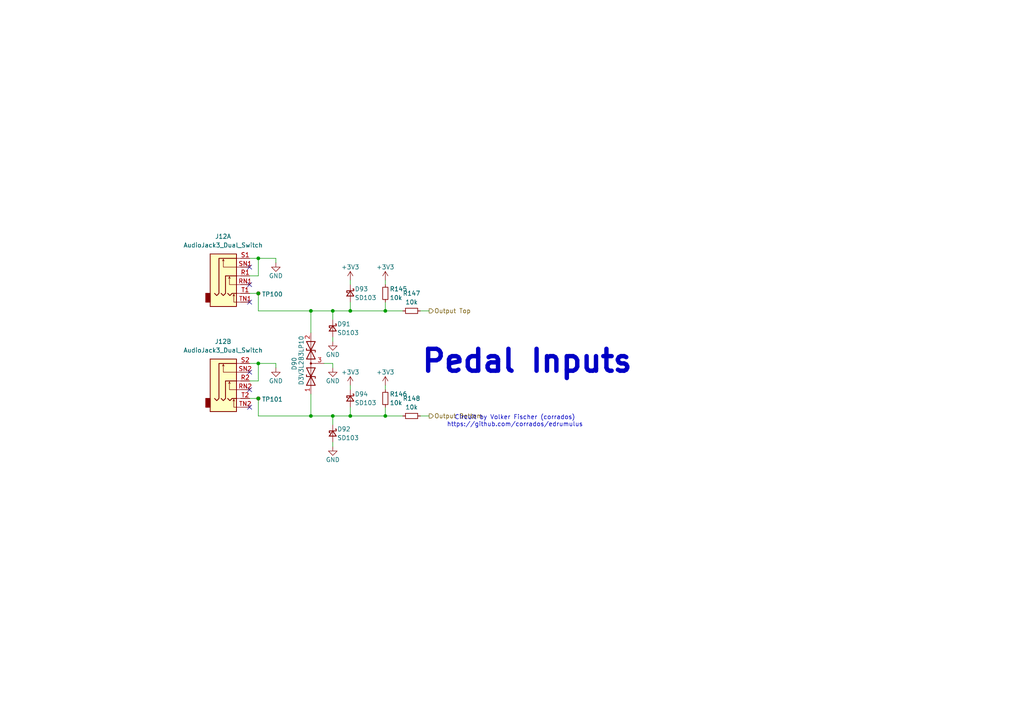
<source format=kicad_sch>
(kicad_sch (version 20231120) (generator "eeschema") (generator_version "8.0")
  (paper "A4")
  (title_block (title "freEDrum") (date "2024-04-20") (rev "A") (company "Till Heuer"))
  (lib_symbols
    (symbol "Connector:TestPoint_Small" (pin_numbers hide) (pin_names (offset 0.762) hide)
      (property "Reference" "TP" (at 0 3.81 0))
      (property "Value" "TestPoint_Small" (at 0 2.032 0))
      (symbol "TestPoint_Small_0_1"
        (circle (center 0 0) (radius 0.508))
      )
      (symbol "TestPoint_Small_1_1"
        (pin passive line (at 0 0 90) (length 0) (name "1") (number "1"))
      )
    )
    (symbol "Connector_Audio:AudioJack3_Dual_Switch"
      (property "Reference" "J" (at 0 11.43 0))
      (property "Value" "AudioJack3_Dual_Switch" (at 0 8.89 0))
      (symbol "AudioJack3_Dual_Switch_0_1"
        (rectangle (start -6.35 -5.08) (end -7.62 -7.62) (stroke (width 0.254)) (fill (type outline)))
        (polyline (pts (xy -2.54 4.826) (xy -2.286 4.318)))
        (polyline (pts (xy -0.762 -0.254) (xy -0.508 -0.762)))
        (polyline (pts (xy 0.508 -5.334) (xy 0.762 -5.842)))
        (polyline (pts (xy 1.27 0) (xy 2.54 0)))
        (polyline (pts (xy 2.54 -5.08) (xy 1.27 -5.08)))
        (polyline (pts (xy 2.54 5.08) (xy 1.27 5.08)))
        (polyline (pts (xy -1.27 -5.08) (xy -0.635 -5.715) (xy 0 -5.08) (xy 1.27 -5.08)) (stroke (width 0.254)))
        (polyline (pts (xy 2.54 -7.62) (xy 0.508 -7.62) (xy 0.508 -5.334) (xy 0.254 -5.842)))
        (polyline (pts (xy 2.54 -2.54) (xy -0.762 -2.54) (xy -0.762 -0.254) (xy -1.016 -0.762)))
        (polyline (pts (xy 2.54 2.54) (xy -2.54 2.54) (xy -2.54 4.826) (xy -2.794 4.318)))
        (polyline (pts (xy -3.175 -5.08) (xy -2.54 -5.715) (xy -1.905 -5.08) (xy -1.905 0) (xy 1.27 0)) (stroke (width 0.254)))
        (polyline (pts (xy 1.27 5.08) (xy -3.81 5.08) (xy -3.81 -5.08) (xy -4.445 -5.715) (xy -5.08 -5.08)) (stroke (width 0.254)))
        (rectangle (start 1.27 6.35) (end -6.35 -8.89) (stroke (width 0.254)) (fill (type background)))
      )
      (symbol "AudioJack3_Dual_Switch_1_1"
        (pin passive line (at 5.08 0 180) (length 2.54) (name "~") (number "R1"))
        (pin passive line (at 5.08 -2.54 180) (length 2.54) (name "~") (number "RN1"))
        (pin passive line (at 5.08 5.08 180) (length 2.54) (name "~") (number "S1"))
        (pin passive line (at 5.08 2.54 180) (length 2.54) (name "~") (number "SN1"))
        (pin passive line (at 5.08 -5.08 180) (length 2.54) (name "~") (number "T1"))
        (pin passive line (at 5.08 -7.62 180) (length 2.54) (name "~") (number "TN1"))
      )
      (symbol "AudioJack3_Dual_Switch_2_1"
        (pin passive line (at 5.08 0 180) (length 2.54) (name "~") (number "R2"))
        (pin passive line (at 5.08 -2.54 180) (length 2.54) (name "~") (number "RN2"))
        (pin passive line (at 5.08 5.08 180) (length 2.54) (name "~") (number "S2"))
        (pin passive line (at 5.08 2.54 180) (length 2.54) (name "~") (number "SN2"))
        (pin passive line (at 5.08 -5.08 180) (length 2.54) (name "~") (number "T2"))
        (pin passive line (at 5.08 -7.62 180) (length 2.54) (name "~") (number "TN2"))
      )
    )
    (symbol "Device:D_Schottky_Small" (pin_numbers hide) (pin_names (offset 0.254) hide)
      (property "Reference" "D" (at -1.27 2.032 0))
      (property "Value" "D_Schottky_Small" (at -7.112 -2.032 0))
      (symbol "D_Schottky_Small_0_1"
        (polyline (pts (xy -0.762 0) (xy 0.762 0)))
        (polyline (pts (xy 0.762 -1.016) (xy -0.762 0) (xy 0.762 1.016) (xy 0.762 -1.016)) (stroke (width 0.254)))
        (polyline (pts (xy -1.27 0.762) (xy -1.27 1.016) (xy -0.762 1.016) (xy -0.762 -1.016) (xy -0.254 -1.016) (xy -0.254 -0.762)) (stroke (width 0.254)))
      )
      (symbol "D_Schottky_Small_1_1"
        (pin passive line (at -2.54 0 0) (length 1.778) (name "K") (number "1"))
        (pin passive line (at 2.54 0 180) (length 1.778) (name "A") (number "2"))
      )
    )
    (symbol "Device:D_TVS_Dual_AAC" (pin_names (offset 1.016) hide)
      (property "Reference" "D" (at 0 4.445 0))
      (property "Value" "D_TVS_Dual_AAC" (at 0 2.54 0))
      (symbol "D_TVS_Dual_AAC_0_0"
        (polyline (pts (xy 0 -1.27) (xy 0 0)))
      )
      (symbol "D_TVS_Dual_AAC_0_1"
        (polyline (pts (xy -6.35 0) (xy 6.35 0)))
        (polyline (pts (xy -3.302 1.27) (xy -3.81 1.27) (xy -3.81 -1.27) (xy -4.318 -1.27)) (stroke (width 0.254)))
        (polyline (pts (xy 4.318 1.27) (xy 3.81 1.27) (xy 3.81 -1.27) (xy 3.302 -1.27)) (stroke (width 0.254)))
        (polyline (pts (xy -6.35 1.27) (xy -1.27 -1.27) (xy -1.27 1.27) (xy -6.35 -1.27) (xy -6.35 1.27)) (stroke (width 0.254)))
        (polyline (pts (xy 6.35 1.27) (xy 1.27 -1.27) (xy 1.27 1.27) (xy 6.35 -1.27) (xy 6.35 1.27)) (stroke (width 0.254)))
        (circle (center 0 0) (radius 0.254) (fill (type outline)))
      )
      (symbol "D_TVS_Dual_AAC_1_1"
        (pin passive line (at -8.89 0 0) (length 2.54) (name "A1") (number "1"))
        (pin passive line (at 8.89 0 180) (length 2.54) (name "A2") (number "2"))
        (pin passive line (at 0 -3.81 90) (length 2.54) (name "common") (number "3"))
      )
    )
    (symbol "Device:R_Small" (pin_numbers hide) (pin_names (offset 0.254) hide)
      (property "Reference" "R" (at 0.762 0.508 0))
      (property "Value" "R_Small" (at 0.762 -1.016 0))
      (symbol "R_Small_0_1"
        (rectangle (start -0.762 1.778) (end 0.762 -1.778) (stroke (width 0.2032)))
      )
      (symbol "R_Small_1_1"
        (pin passive line (at 0 2.54 270) (length 0.762) (name "~") (number "1"))
        (pin passive line (at 0 -2.54 90) (length 0.762) (name "~") (number "2"))
      )
    )
    (symbol "power:+3V3" (power) (pin_numbers hide) (pin_names (offset 0) hide)
      (property "Value" "+3V3" (at 0 3.556 0))
      (symbol "+3V3_0_1"
        (polyline (pts (xy -0.762 1.27) (xy 0 2.54)))
        (polyline (pts (xy 0 0) (xy 0 2.54)))
        (polyline (pts (xy 0 2.54) (xy 0.762 1.27)))
      )
      (symbol "+3V3_1_1"
        (pin power_in line (at 0 0 90) (length 0) (name "~") (number "1"))
      )
    )
    (symbol "power:GND" (power) (pin_numbers hide) (pin_names (offset 0) hide)
      (property "Value" "GND" (at 0 -3.81 0))
      (symbol "GND_0_1"
        (polyline (pts (xy 0 0) (xy 0 -1.27) (xy 1.27 -1.27) (xy 0 -2.54) (xy -1.27 -1.27) (xy 0 -1.27)))
      )
      (symbol "GND_1_1"
        (pin power_in line (at 0 0 270) (length 0) (name "~") (number "1"))
      )
    )
  )
  (junction (at 74.93 74.93))
  (junction (at 96.52 90.17))
  (junction (at 96.52 120.65))
  (junction (at 90.17 120.65))
  (junction (at 74.93 105.41))
  (junction (at 111.76 120.65))
  (junction (at 90.17 90.17))
  (junction (at 101.6 90.17))
  (junction (at 74.93 85.09))
  (junction (at 111.76 90.17))
  (junction (at 101.6 120.65))
  (junction (at 74.93 115.57))
  (no_connect (at 72.39 113.03))
  (no_connect (at 72.39 77.47))
  (no_connect (at 72.39 118.11))
  (no_connect (at 72.39 107.95))
  (no_connect (at 72.39 82.55))
  (no_connect (at 72.39 87.63))
  (wire (pts (xy 80.01 105.41) (xy 80.01 106.68)))
  (wire (pts (xy 74.93 120.65) (xy 90.17 120.65)))
  (wire (pts (xy 101.6 87.63) (xy 101.6 90.17)))
  (wire (pts (xy 101.6 90.17) (xy 96.52 90.17)))
  (wire (pts (xy 72.39 74.93) (xy 74.93 74.93)))
  (wire (pts (xy 101.6 90.17) (xy 111.76 90.17)))
  (wire (pts (xy 111.76 120.65) (xy 116.84 120.65)))
  (wire (pts (xy 101.6 120.65) (xy 111.76 120.65)))
  (wire (pts (xy 72.39 110.49) (xy 74.93 110.49)))
  (wire (pts (xy 111.76 87.63) (xy 111.76 90.17)))
  (wire (pts (xy 96.52 120.65) (xy 96.52 123.19)))
  (wire (pts (xy 74.93 115.57) (xy 74.93 120.65)))
  (wire (pts (xy 90.17 114.3) (xy 90.17 120.65)))
  (wire (pts (xy 96.52 97.79) (xy 96.52 99.06)))
  (wire (pts (xy 72.39 115.57) (xy 74.93 115.57)))
  (wire (pts (xy 111.76 111.76) (xy 111.76 113.03)))
  (wire (pts (xy 74.93 90.17) (xy 90.17 90.17)))
  (wire (pts (xy 96.52 128.27) (xy 96.52 129.54)))
  (wire (pts (xy 72.39 80.01) (xy 74.93 80.01)))
  (wire (pts (xy 74.93 105.41) (xy 80.01 105.41)))
  (wire (pts (xy 101.6 111.76) (xy 101.6 113.03)))
  (wire (pts (xy 121.92 90.17) (xy 124.46 90.17)))
  (wire (pts (xy 72.39 105.41) (xy 74.93 105.41)))
  (wire (pts (xy 90.17 120.65) (xy 96.52 120.65)))
  (wire (pts (xy 96.52 90.17) (xy 96.52 92.71)))
  (wire (pts (xy 74.93 80.01) (xy 74.93 74.93)))
  (wire (pts (xy 121.92 120.65) (xy 124.46 120.65)))
  (wire (pts (xy 74.93 110.49) (xy 74.93 105.41)))
  (wire (pts (xy 111.76 90.17) (xy 116.84 90.17)))
  (wire (pts (xy 96.52 105.41) (xy 96.52 106.68)))
  (wire (pts (xy 90.17 90.17) (xy 96.52 90.17)))
  (wire (pts (xy 101.6 120.65) (xy 96.52 120.65)))
  (wire (pts (xy 101.6 118.11) (xy 101.6 120.65)))
  (wire (pts (xy 90.17 90.17) (xy 90.17 96.52)))
  (wire (pts (xy 111.76 81.28) (xy 111.76 82.55)))
  (wire (pts (xy 72.39 85.09) (xy 74.93 85.09)))
  (wire (pts (xy 101.6 81.28) (xy 101.6 82.55)))
  (wire (pts (xy 74.93 85.09) (xy 74.93 90.17)))
  (wire (pts (xy 74.93 74.93) (xy 80.01 74.93)))
  (wire (pts (xy 80.01 74.93) (xy 80.01 76.2)))
  (wire (pts (xy 96.52 105.41) (xy 93.98 105.41)))
  (wire (pts (xy 111.76 118.11) (xy 111.76 120.65)))
  (text "Pedal Inputs" (at 152.908 104.902 0) (effects (font (size 6.35 6.35) (bold yes))))
  (text "Circuit by Volker Fischer (corrados)\nhttps://github.com/corrados/edrumulus" (at 149.352 122.174 0) (effects (font (size 1.27 1.27))))
  (hierarchical_label "Output Bottom" (shape output) (at 124.46 120.65 0))
  (hierarchical_label "Output Top" (shape output) (at 124.46 90.17 0))
  (symbol (lib_id "power:GND") (at 96.52 129.54 0) (unit 1)
    (property "Reference" "#PWR0269" (effects (hide yes)))
    (property "Value" "GND" (at 96.52 133.35 0))
    (property "Description" "Power symbol creates a global label with name \"GND\" , ground" (effects (hide yes)))
  )
  (symbol (lib_id "Device:D_TVS_Dual_AAC") (at 90.17 105.41 90) (unit 1)
    (property "Reference" "D90" (at 85.344 107.442 0) (effects (justify left)))
    (property "Value" "D3V3L2B3LP10" (at 87.376 111.76 0) (effects (justify left)))
    (property "Footprint" "1_ProjectFootprints:DFN-3 1010" (effects (hide yes)))
    (property "Description" "Bidirectional dual transient-voltage-suppression diode, center on pin 3" (effects (hide yes)))
    (property "Manufacturer" "Diodes Incorporated" (effects (hide yes)))
    (property "Manufacturer Part #" "D3V3L2B3LP10-7" (effects (hide yes)))
    (property "JLCPCB Part #" "C1974778" (effects (hide yes)))
  )
  (symbol (lib_id "Connector_Audio:AudioJack3_Dual_Switch") (at 67.31 110.49 0) (unit 2)
    (property "Reference" "J12" (at 64.7065 99.06 0))
    (property "Value" "AudioJack3_Dual_Switch" (at 64.7065 101.6 0))
    (property "Footprint" "1_ProjectFootprints:PJ-625DK" (effects (hide yes)))
    (property "Description" "Audio Jack, Dual, 3 Poles (Stereo / TRS), Switched Poles (Normalling)" (effects (hide yes)))
    (property "JLCPCB Part #" "C309295" (effects (hide yes)))
    (property "Manufacturer" "HOOYA" (effects (hide yes)))
    (property "Manufacturer Part #" "PJ-625DK" (effects (hide yes)))
  )
  (symbol (lib_id "Device:R_Small") (at 111.76 115.57 0) (unit 1)
    (property "Reference" "R146" (at 113.03 114.3 0) (effects (justify left)))
    (property "Value" "10k" (at 113.03 116.84 0) (effects (justify left)))
    (property "Footprint" "Resistor_SMD:R_0402_1005Metric" (effects (hide yes)))
    (property "Description" "Resistor, small symbol" (effects (hide yes)))
    (property "JLCPCB Part #" "C25744" (effects (hide yes)))
    (property "Manufacturer" "UNI-ROYAL(Uniroyal Elec)" (effects (hide yes)))
    (property "Manufacturer Part #" "0402WGF1002TCE" (effects (hide yes)))
    (property "Tolerance" "1%" (effects (hide yes)))
  )
  (symbol (lib_id "power:GND") (at 96.52 106.68 0) (mirror y) (unit 1)
    (property "Reference" "#PWR0268" (effects (hide yes)))
    (property "Value" "GND" (at 96.52 110.49 0))
    (property "Description" "Power symbol creates a global label with name \"GND\" , ground" (effects (hide yes)))
  )
  (symbol (lib_id "power:+3V3") (at 101.6 111.76 0) (unit 1)
    (property "Reference" "#PWR0271" (effects (hide yes)))
    (property "Value" "+3V3" (at 101.6 107.95 0))
    (property "Description" "Power symbol creates a global label with name \"+3V3\"" (effects (hide yes)))
  )
  (symbol (lib_id "Connector:TestPoint_Small") (at 74.93 115.57 0) (unit 1)
    (property "Reference" "TP101" (at 75.946 115.824 0) (effects (justify left)))
    (property "Value" "TestPoint" (effects (hide yes)))
    (property "Footprint" "TestPoint:TestPoint_Pad_D1.0mm" (effects (hide yes)))
    (property "Description" "test point" (effects (hide yes)))
    (property "JLCPCB Part #" "-" (effects (hide yes)))
    (property "Manufacturer" "-" (effects (hide yes)))
    (property "Manufacturer Part #" "-" (effects (hide yes)))
  )
  (symbol (lib_id "Device:D_Schottky_Small") (at 96.52 125.73 270) (unit 1)
    (property "Reference" "D92" (at 97.79 124.46 90) (effects (justify left)))
    (property "Value" "SD103" (at 97.79 127 90) (effects (justify left)))
    (property "Footprint" "Diode_SMD:D_SOD-323" (effects (hide yes)))
    (property "Description" "Schottky diode, small symbol" (effects (hide yes)))
    (property "JLCPCB Part #" "C7420360" (effects (hide yes)))
    (property "Manufacturer" "hongjiacheng" (effects (hide yes)))
    (property "Manufacturer Part #" "SD103AWS" (effects (hide yes)))
  )
  (symbol (lib_id "Device:D_Schottky_Small") (at 96.52 95.25 270) (unit 1)
    (property "Reference" "D91" (at 97.79 93.98 90) (effects (justify left)))
    (property "Value" "SD103" (at 97.79 96.52 90) (effects (justify left)))
    (property "Footprint" "Diode_SMD:D_SOD-323" (effects (hide yes)))
    (property "Description" "Schottky diode, small symbol" (effects (hide yes)))
    (property "JLCPCB Part #" "C7420360" (effects (hide yes)))
    (property "Manufacturer" "hongjiacheng" (effects (hide yes)))
    (property "Manufacturer Part #" "SD103AWS" (effects (hide yes)))
  )
  (symbol (lib_id "Device:R_Small") (at 119.38 90.17 90) (unit 1)
    (property "Reference" "R147" (at 119.38 85.09 90))
    (property "Value" "10k" (at 119.38 87.63 90))
    (property "Footprint" "Resistor_SMD:R_0402_1005Metric" (effects (hide yes)))
    (property "Description" "Resistor, small symbol" (effects (hide yes)))
    (property "JLCPCB Part #" "C25744" (effects (hide yes)))
    (property "Manufacturer" "UNI-ROYAL(Uniroyal Elec)" (effects (hide yes)))
    (property "Manufacturer Part #" "0402WGF1002TCE" (effects (hide yes)))
    (property "Tolerance" "1%" (effects (hide yes)))
  )
  (symbol (lib_id "Connector_Audio:AudioJack3_Dual_Switch") (at 67.31 80.01 0) (unit 1)
    (property "Reference" "J12" (at 64.7065 68.58 0))
    (property "Value" "AudioJack3_Dual_Switch" (at 64.7065 71.12 0))
    (property "Footprint" "1_ProjectFootprints:PJ-625DK" (effects (hide yes)))
    (property "Description" "Audio Jack, Dual, 3 Poles (Stereo / TRS), Switched Poles (Normalling)" (effects (hide yes)))
    (property "JLCPCB Part #" "C309295" (effects (hide yes)))
    (property "Manufacturer" "HOOYA" (effects (hide yes)))
    (property "Manufacturer Part #" "PJ-625DK" (effects (hide yes)))
  )
  (symbol (lib_id "Device:R_Small") (at 119.38 120.65 90) (unit 1)
    (property "Reference" "R148" (at 119.38 115.57 90))
    (property "Value" "10k" (at 119.38 118.11 90))
    (property "Footprint" "Resistor_SMD:R_0402_1005Metric" (effects (hide yes)))
    (property "Description" "Resistor, small symbol" (effects (hide yes)))
    (property "JLCPCB Part #" "C25744" (effects (hide yes)))
    (property "Manufacturer" "UNI-ROYAL(Uniroyal Elec)" (effects (hide yes)))
    (property "Manufacturer Part #" "0402WGF1002TCE" (effects (hide yes)))
    (property "Tolerance" "1%" (effects (hide yes)))
  )
  (symbol (lib_id "power:+3V3") (at 111.76 111.76 0) (unit 1)
    (property "Reference" "#PWR0273" (effects (hide yes)))
    (property "Value" "+3V3" (at 111.76 107.95 0))
    (property "Description" "Power symbol creates a global label with name \"+3V3\"" (effects (hide yes)))
  )
  (symbol (lib_id "power:+3V3") (at 111.76 81.28 0) (unit 1)
    (property "Reference" "#PWR0272" (effects (hide yes)))
    (property "Value" "+3V3" (at 111.76 77.47 0))
    (property "Description" "Power symbol creates a global label with name \"+3V3\"" (effects (hide yes)))
  )
  (symbol (lib_id "Connector:TestPoint_Small") (at 74.93 85.09 0) (unit 1)
    (property "Reference" "TP100" (at 75.946 85.344 0) (effects (justify left)))
    (property "Value" "TestPoint" (effects (hide yes)))
    (property "Footprint" "TestPoint:TestPoint_Pad_D1.0mm" (effects (hide yes)))
    (property "Description" "test point" (effects (hide yes)))
    (property "JLCPCB Part #" "-" (effects (hide yes)))
    (property "Manufacturer" "-" (effects (hide yes)))
    (property "Manufacturer Part #" "-" (effects (hide yes)))
  )
  (symbol (lib_id "Device:D_Schottky_Small") (at 101.6 85.09 270) (unit 1)
    (property "Reference" "D93" (at 102.87 83.82 90) (effects (justify left)))
    (property "Value" "SD103" (at 102.87 86.36 90) (effects (justify left)))
    (property "Footprint" "Diode_SMD:D_SOD-323" (effects (hide yes)))
    (property "Description" "Schottky diode, small symbol" (effects (hide yes)))
    (property "JLCPCB Part #" "C7420360" (effects (hide yes)))
    (property "Manufacturer" "hongjiacheng" (effects (hide yes)))
    (property "Manufacturer Part #" "SD103AWS" (effects (hide yes)))
  )
  (symbol (lib_id "Device:R_Small") (at 111.76 85.09 0) (unit 1)
    (property "Reference" "R145" (at 113.03 83.82 0) (effects (justify left)))
    (property "Value" "10k" (at 113.03 86.36 0) (effects (justify left)))
    (property "Footprint" "Resistor_SMD:R_0402_1005Metric" (effects (hide yes)))
    (property "Description" "Resistor, small symbol" (effects (hide yes)))
    (property "JLCPCB Part #" "C25744" (effects (hide yes)))
    (property "Manufacturer" "UNI-ROYAL(Uniroyal Elec)" (effects (hide yes)))
    (property "Manufacturer Part #" "0402WGF1002TCE" (effects (hide yes)))
    (property "Tolerance" "1%" (effects (hide yes)))
  )
  (symbol (lib_id "Device:D_Schottky_Small") (at 101.6 115.57 270) (unit 1)
    (property "Reference" "D94" (at 102.87 114.3 90) (effects (justify left)))
    (property "Value" "SD103" (at 102.87 116.84 90) (effects (justify left)))
    (property "Footprint" "Diode_SMD:D_SOD-323" (effects (hide yes)))
    (property "Description" "Schottky diode, small symbol" (effects (hide yes)))
    (property "JLCPCB Part #" "C7420360" (effects (hide yes)))
    (property "Manufacturer" "hongjiacheng" (effects (hide yes)))
    (property "Manufacturer Part #" "SD103AWS" (effects (hide yes)))
  )
  (symbol (lib_id "power:GND") (at 80.01 106.68 0) (unit 1)
    (property "Reference" "#PWR0266" (effects (hide yes)))
    (property "Value" "GND" (at 80.01 110.49 0))
    (property "Description" "Power symbol creates a global label with name \"GND\" , ground" (effects (hide yes)))
  )
  (symbol (lib_id "power:GND") (at 80.01 76.2 0) (unit 1)
    (property "Reference" "#PWR0265" (effects (hide yes)))
    (property "Value" "GND" (at 80.01 80.01 0))
    (property "Description" "Power symbol creates a global label with name \"GND\" , ground" (effects (hide yes)))
  )
  (symbol (lib_id "power:+3V3") (at 101.6 81.28 0) (unit 1)
    (property "Reference" "#PWR0270" (effects (hide yes)))
    (property "Value" "+3V3" (at 101.6 77.47 0))
    (property "Description" "Power symbol creates a global label with name \"+3V3\"" (effects (hide yes)))
  )
  (symbol (lib_id "power:GND") (at 96.52 99.06 0) (unit 1)
    (property "Reference" "#PWR0267" (effects (hide yes)))
    (property "Value" "GND" (at 96.52 102.87 0))
    (property "Description" "Power symbol creates a global label with name \"GND\" , ground" (effects (hide yes)))
  )
)
</source>
